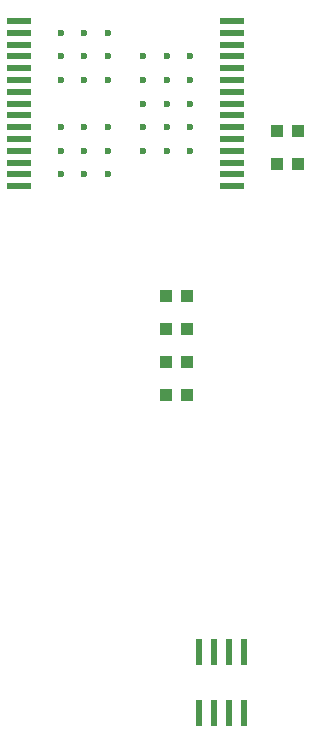
<source format=gtp>
G75*
G70*
%OFA0B0*%
%FSLAX24Y24*%
%IPPOS*%
%LPD*%
%AMOC8*
5,1,8,0,0,1.08239X$1,22.5*
%
%ADD10R,0.0787X0.0200*%
%ADD11R,0.0787X0.0197*%
%ADD12C,0.0236*%
%ADD13R,0.0394X0.0433*%
%ADD14R,0.0236X0.0866*%
D10*
X010057Y031344D03*
X010057Y031738D03*
X010057Y032131D03*
X010057Y032525D03*
X010057Y033313D03*
X010057Y034100D03*
X010057Y034887D03*
X010057Y035281D03*
X010057Y035675D03*
X010057Y036069D03*
X017144Y036069D03*
X017144Y035281D03*
X017144Y034887D03*
X017144Y034494D03*
X017144Y034100D03*
X017144Y033706D03*
X017144Y033313D03*
X017144Y032919D03*
X017144Y032525D03*
X017144Y032131D03*
X017144Y031344D03*
D11*
X017142Y030950D03*
X017142Y031738D03*
X017142Y035675D03*
X017142Y036462D03*
X010059Y036462D03*
X010059Y034494D03*
X010059Y033706D03*
X010059Y032919D03*
X010059Y030950D03*
D12*
X011435Y031344D03*
X011435Y032131D03*
X012223Y032131D03*
X012223Y031344D03*
X013010Y031344D03*
X013010Y032131D03*
X013010Y032919D03*
X012223Y032919D03*
X011435Y032919D03*
X011435Y034494D03*
X011435Y035281D03*
X011435Y036069D03*
X012223Y036069D03*
X013010Y036069D03*
X013010Y035281D03*
X012223Y035281D03*
X012223Y034494D03*
X013010Y034494D03*
X014191Y034494D03*
X014191Y035281D03*
X014979Y035281D03*
X015766Y035281D03*
X015766Y034494D03*
X014979Y034494D03*
X014979Y033706D03*
X014979Y032919D03*
X015766Y032919D03*
X015766Y033706D03*
X015766Y032131D03*
X014979Y032131D03*
X014191Y032131D03*
X014191Y032919D03*
X014191Y033706D03*
D13*
X018666Y032806D03*
X019335Y032806D03*
X019335Y031706D03*
X018666Y031706D03*
X015635Y027306D03*
X014966Y027306D03*
X014966Y026206D03*
X015635Y026206D03*
X015635Y025106D03*
X014966Y025106D03*
X014966Y024006D03*
X015635Y024006D03*
D14*
X016051Y013383D03*
X016551Y013383D03*
X017051Y013383D03*
X017551Y013383D03*
X017551Y015430D03*
X017051Y015430D03*
X016551Y015430D03*
X016051Y015430D03*
M02*

</source>
